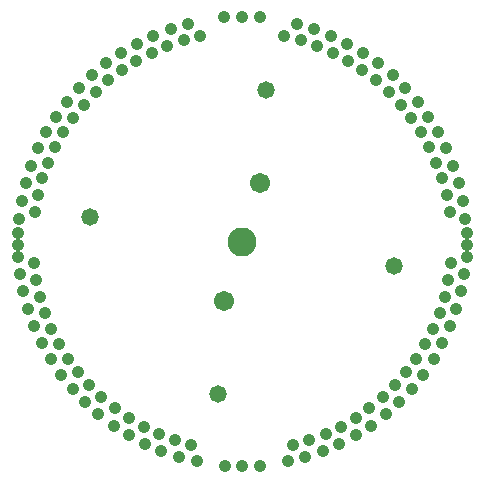
<source format=gbs>
G75*
%MOIN*%
%OFA0B0*%
%FSLAX24Y24*%
%IPPOS*%
%LPD*%
%AMOC8*
5,1,8,0,0,1.08239X$1,22.5*
%
%ADD10C,0.0580*%
%ADD11C,0.0417*%
%ADD12C,0.0970*%
%ADD13C,0.0671*%
D10*
X007296Y003085D03*
X003048Y008953D03*
X008916Y013200D03*
X013164Y007332D03*
D11*
X002874Y002797D03*
X003412Y002962D03*
X003013Y003353D03*
X002450Y003250D03*
X002637Y003788D03*
X002306Y004240D03*
X002079Y003713D03*
X001727Y004239D03*
X001999Y004740D03*
X001746Y005239D03*
X001437Y004757D03*
X001175Y005333D03*
X001525Y005783D03*
X001358Y006317D03*
X000973Y005891D03*
X000812Y006490D03*
X001230Y006878D03*
X000703Y007074D03*
X001151Y007432D03*
X000626Y007650D03*
X000626Y008044D03*
X000626Y008438D03*
X000668Y008916D03*
X001188Y009149D03*
X000751Y009504D03*
X001290Y009699D03*
X000890Y010108D03*
X001442Y010254D03*
X001632Y010780D03*
X001308Y011260D03*
X001876Y011314D03*
X002149Y011802D03*
X001901Y012318D03*
X002251Y012797D03*
X002470Y012279D03*
X002819Y012717D03*
X003222Y013144D03*
X003637Y013519D03*
X003090Y013691D03*
X002667Y013275D03*
X003578Y014094D03*
X004104Y013875D03*
X004575Y014176D03*
X004064Y014436D03*
X004599Y014748D03*
X005083Y014446D03*
X005597Y014668D03*
X005134Y015006D03*
X005725Y015232D03*
X006153Y014855D03*
X006295Y015400D03*
X006696Y014990D03*
X007516Y015623D03*
X008106Y015623D03*
X008697Y015623D03*
X009516Y014990D03*
X010059Y014855D03*
X009918Y015400D03*
X010487Y015232D03*
X010616Y014668D03*
X011129Y014446D03*
X011613Y014748D03*
X011079Y015006D03*
X011637Y014176D03*
X012108Y013875D03*
X012149Y014436D03*
X012634Y014094D03*
X013122Y013691D03*
X012991Y013144D03*
X012575Y013519D03*
X013394Y012717D03*
X013742Y012279D03*
X013961Y012797D03*
X014311Y012318D03*
X014063Y011802D03*
X014337Y011314D03*
X014636Y011790D03*
X014904Y011260D03*
X014581Y010780D03*
X014771Y010254D03*
X015144Y010674D03*
X015322Y010108D03*
X014922Y009699D03*
X015024Y009149D03*
X015461Y009504D03*
X015545Y008916D03*
X015587Y008438D03*
X015587Y008044D03*
X015587Y007650D03*
X015061Y007432D03*
X015509Y007074D03*
X014982Y006878D03*
X015400Y006490D03*
X014855Y006317D03*
X015239Y005891D03*
X014687Y005783D03*
X015037Y005333D03*
X014466Y005239D03*
X014214Y004740D03*
X014776Y004757D03*
X014485Y004239D03*
X014133Y003713D03*
X013576Y003788D03*
X013907Y004240D03*
X013762Y003250D03*
X013200Y003353D03*
X012800Y002962D03*
X012349Y002586D03*
X011891Y002265D03*
X012395Y002014D03*
X011895Y001694D03*
X011395Y001973D03*
X010891Y001730D03*
X011348Y001402D03*
X010803Y001167D03*
X010343Y001519D03*
X009807Y001361D03*
X010204Y000963D03*
X009627Y000820D03*
X008697Y000662D03*
X008106Y000662D03*
X007535Y000662D03*
X006585Y000820D03*
X006406Y001361D03*
X005869Y001519D03*
X005410Y001167D03*
X005321Y001730D03*
X004817Y001973D03*
X004318Y001694D03*
X003818Y002014D03*
X004321Y002265D03*
X003863Y002586D03*
X003315Y002400D03*
X004864Y001402D03*
X006009Y000963D03*
X012897Y002400D03*
X013338Y002797D03*
X013546Y013275D03*
X001576Y011790D03*
X001068Y010674D03*
D12*
X008106Y008143D03*
D13*
X008697Y010111D03*
X007516Y006174D03*
M02*

</source>
